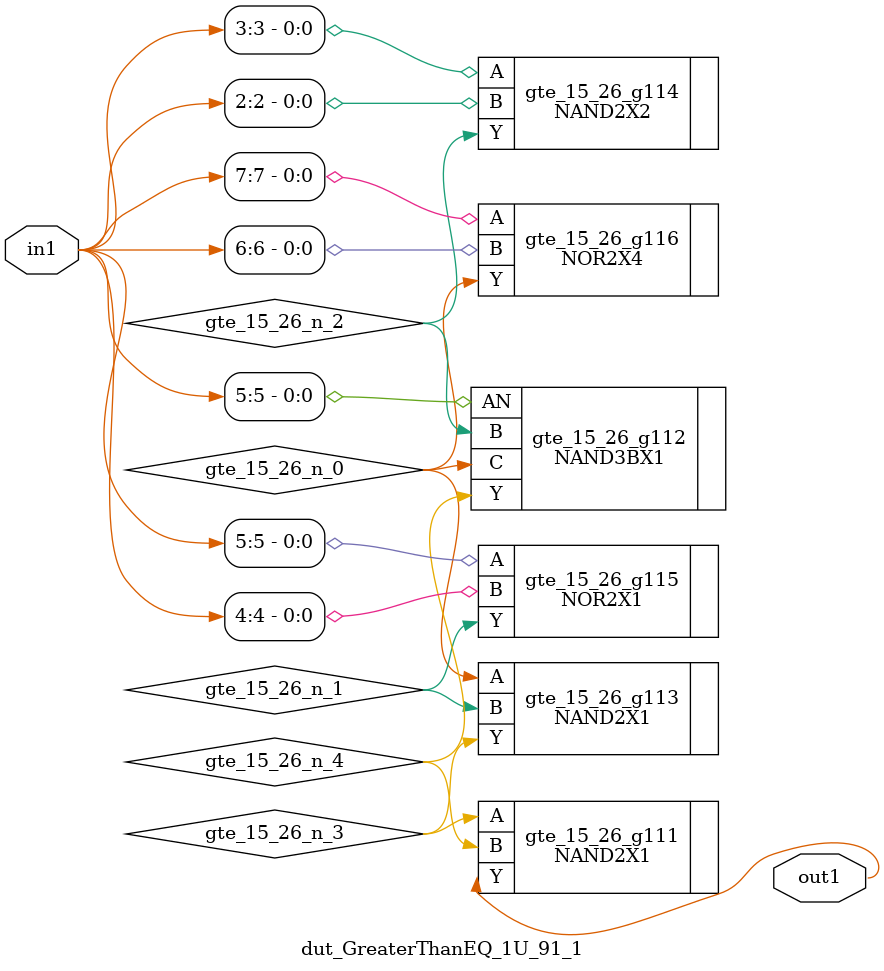
<source format=v>
`timescale 1ps / 1ps


module dut_GreaterThanEQ_1U_91_1(in1, out1);
  input [7:0] in1;
  output out1;
  wire [7:0] in1;
  wire out1;
  wire gte_15_26_n_0, gte_15_26_n_1, gte_15_26_n_2, gte_15_26_n_3,
       gte_15_26_n_4;
  NAND2X1 gte_15_26_g111(.A (gte_15_26_n_3), .B (gte_15_26_n_4), .Y
       (out1));
  NAND3BX1 gte_15_26_g112(.AN (in1[5]), .B (gte_15_26_n_2), .C
       (gte_15_26_n_0), .Y (gte_15_26_n_4));
  NAND2X1 gte_15_26_g113(.A (gte_15_26_n_0), .B (gte_15_26_n_1), .Y
       (gte_15_26_n_3));
  NAND2X2 gte_15_26_g114(.A (in1[3]), .B (in1[2]), .Y (gte_15_26_n_2));
  NOR2X1 gte_15_26_g115(.A (in1[5]), .B (in1[4]), .Y (gte_15_26_n_1));
  NOR2X4 gte_15_26_g116(.A (in1[7]), .B (in1[6]), .Y (gte_15_26_n_0));
endmodule



</source>
